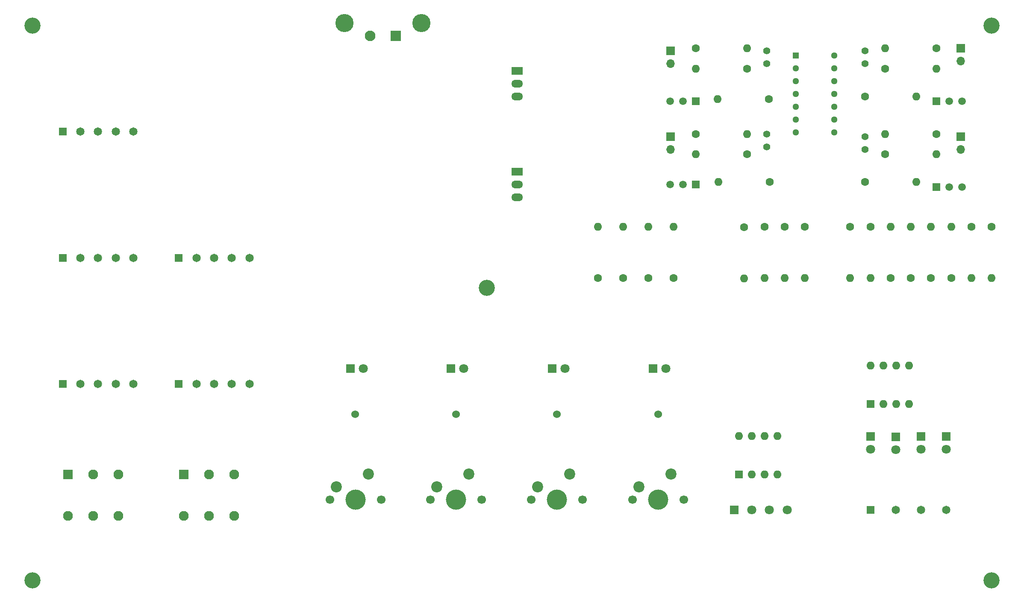
<source format=gbs>
G04 #@! TF.GenerationSoftware,KiCad,Pcbnew,8.0.5*
G04 #@! TF.CreationDate,2024-11-26T19:37:20+02:00*
G04 #@! TF.ProjectId,io_box,696f5f62-6f78-42e6-9b69-6361645f7063,rev?*
G04 #@! TF.SameCoordinates,Original*
G04 #@! TF.FileFunction,Soldermask,Bot*
G04 #@! TF.FilePolarity,Negative*
%FSLAX46Y46*%
G04 Gerber Fmt 4.6, Leading zero omitted, Abs format (unit mm)*
G04 Created by KiCad (PCBNEW 8.0.5) date 2024-11-26 19:37:20*
%MOMM*%
%LPD*%
G01*
G04 APERTURE LIST*
%ADD10C,1.524000*%
%ADD11R,1.650000X1.650000*%
%ADD12C,1.650000*%
%ADD13R,1.295400X1.295400*%
%ADD14C,1.295400*%
%ADD15C,3.200000*%
%ADD16C,1.600000*%
%ADD17O,1.600000X1.600000*%
%ADD18C,1.700000*%
%ADD19C,4.000000*%
%ADD20C,2.200000*%
%ADD21R,1.500000X1.500000*%
%ADD22C,1.500000*%
%ADD23R,1.950000X1.950000*%
%ADD24C,1.950000*%
%ADD25R,1.700000X1.700000*%
%ADD26O,1.700000X1.700000*%
%ADD27C,1.400000*%
%ADD28R,1.800000X1.800000*%
%ADD29C,1.800000*%
%ADD30R,1.600000X1.600000*%
%ADD31R,2.300000X1.500000*%
%ADD32O,2.300000X1.500000*%
%ADD33R,2.100000X2.100000*%
%ADD34C,2.100000*%
%ADD35C,3.600000*%
G04 APERTURE END LIST*
D10*
X133920000Y-107000000D03*
D11*
X59000000Y-101000000D03*
D12*
X62500000Y-101000000D03*
X66000000Y-101000000D03*
X69500000Y-101000000D03*
X73000000Y-101000000D03*
D13*
X181190000Y-35880000D03*
D14*
X181190000Y-38420000D03*
X181190000Y-40960000D03*
X181190000Y-43500000D03*
X181190000Y-46040000D03*
X181190000Y-48580000D03*
X181190000Y-51120000D03*
X188810000Y-51120000D03*
X188810000Y-48580000D03*
X188810000Y-46040000D03*
X188810000Y-43500000D03*
X188810000Y-40960000D03*
X188810000Y-38420000D03*
X188810000Y-35880000D03*
D15*
X30000000Y-30000000D03*
D16*
X192000000Y-69840000D03*
D17*
X192000000Y-80000000D03*
D16*
X179000000Y-69840000D03*
D17*
X179000000Y-80000000D03*
D18*
X88920000Y-124000000D03*
D19*
X94000000Y-124000000D03*
D18*
X99080000Y-124000000D03*
D20*
X96540000Y-118920000D03*
X90190000Y-121460000D03*
D21*
X161420000Y-61500000D03*
D22*
X158880000Y-61500000D03*
X156340000Y-61500000D03*
D21*
X209080000Y-62000000D03*
D22*
X211620000Y-62000000D03*
X214160000Y-62000000D03*
D16*
X198920000Y-38500000D03*
D17*
X209080000Y-38500000D03*
D16*
X157000000Y-80000000D03*
D17*
X157000000Y-69840000D03*
D23*
X60000000Y-119000000D03*
D24*
X60000000Y-127200000D03*
X65000000Y-119000000D03*
X65000000Y-127200000D03*
X70000000Y-119000000D03*
X70000000Y-127200000D03*
D25*
X156420000Y-34990000D03*
D26*
X156420000Y-37530000D03*
D16*
X194920000Y-61000000D03*
D17*
X205080000Y-61000000D03*
D15*
X30000000Y-140000000D03*
D16*
X204000000Y-80000000D03*
D17*
X204000000Y-69840000D03*
D16*
X142000000Y-80000000D03*
D17*
X142000000Y-69840000D03*
D27*
X175420000Y-51500000D03*
X175420000Y-54000000D03*
D16*
X208000000Y-80000000D03*
D17*
X208000000Y-69840000D03*
D25*
X213920000Y-52000000D03*
D26*
X213920000Y-54540000D03*
D27*
X194920000Y-52000000D03*
X194920000Y-54500000D03*
D28*
X112920000Y-98000000D03*
D29*
X115460000Y-98000000D03*
D16*
X176080000Y-61000000D03*
D17*
X165920000Y-61000000D03*
D30*
X170000000Y-119000000D03*
D17*
X172540000Y-119000000D03*
X175080000Y-119000000D03*
X177620000Y-119000000D03*
X177620000Y-111380000D03*
X175080000Y-111380000D03*
X172540000Y-111380000D03*
X170000000Y-111380000D03*
D31*
X126000000Y-58920000D03*
D32*
X126000000Y-61460000D03*
X126000000Y-64000000D03*
D11*
X36000000Y-51000000D03*
D12*
X39500000Y-51000000D03*
X43000000Y-51000000D03*
X46500000Y-51000000D03*
X50000000Y-51000000D03*
D16*
X171580000Y-55500000D03*
D17*
X161420000Y-55500000D03*
D28*
X152920000Y-98000000D03*
D29*
X155460000Y-98000000D03*
D25*
X156420000Y-51985000D03*
D26*
X156420000Y-54525000D03*
D16*
X209080000Y-34500000D03*
D17*
X198920000Y-34500000D03*
D28*
X206000000Y-111460000D03*
D29*
X206000000Y-114000000D03*
D10*
X113920000Y-107000000D03*
D28*
X211000000Y-111460000D03*
D29*
X211000000Y-114000000D03*
D16*
X175920000Y-44500000D03*
D17*
X165760000Y-44500000D03*
D16*
X196000000Y-69840000D03*
D17*
X196000000Y-80000000D03*
D16*
X161420000Y-51525000D03*
D17*
X171580000Y-51525000D03*
D15*
X220000000Y-140000000D03*
D16*
X209080000Y-51500000D03*
D17*
X198920000Y-51500000D03*
D16*
X183000000Y-69840000D03*
D17*
X183000000Y-80000000D03*
D27*
X175420000Y-35000000D03*
X175420000Y-37500000D03*
D31*
X126000000Y-38920000D03*
D32*
X126000000Y-41460000D03*
X126000000Y-44000000D03*
D21*
X161420000Y-45000000D03*
D22*
X158880000Y-45000000D03*
X156340000Y-45000000D03*
D11*
X196000000Y-126000000D03*
D12*
X201000000Y-126000000D03*
X206000000Y-126000000D03*
X211000000Y-126000000D03*
D16*
X171580000Y-38500000D03*
D17*
X161420000Y-38500000D03*
D16*
X200000000Y-80000000D03*
D17*
X200000000Y-69840000D03*
D15*
X120000000Y-82000000D03*
D28*
X132920000Y-98000000D03*
D29*
X135460000Y-98000000D03*
D10*
X153920000Y-107000000D03*
D16*
X198920000Y-55500000D03*
D17*
X209080000Y-55500000D03*
D16*
X212000000Y-80000000D03*
D17*
X212000000Y-69840000D03*
D16*
X194920000Y-44000000D03*
D17*
X205080000Y-44000000D03*
D10*
X93920000Y-107000000D03*
D25*
X213920000Y-34500000D03*
D26*
X213920000Y-37040000D03*
D30*
X196000000Y-105000000D03*
D17*
X198540000Y-105000000D03*
X201080000Y-105000000D03*
X203620000Y-105000000D03*
X203620000Y-97380000D03*
X201080000Y-97380000D03*
X198540000Y-97380000D03*
X196000000Y-97380000D03*
D28*
X93000000Y-98000000D03*
D29*
X95540000Y-98000000D03*
D16*
X161420000Y-34500000D03*
D17*
X171580000Y-34500000D03*
D11*
X59000000Y-76000000D03*
D12*
X62500000Y-76000000D03*
X66000000Y-76000000D03*
X69500000Y-76000000D03*
X73000000Y-76000000D03*
D16*
X171000000Y-69920000D03*
D17*
X171000000Y-80080000D03*
D21*
X209080000Y-45000000D03*
D22*
X211620000Y-45000000D03*
X214160000Y-45000000D03*
D28*
X169000000Y-126000000D03*
D29*
X172500000Y-126000000D03*
X176000000Y-126000000D03*
X179500000Y-126000000D03*
D16*
X220000000Y-69840000D03*
D17*
X220000000Y-80000000D03*
D11*
X36000000Y-101000000D03*
D12*
X39500000Y-101000000D03*
X43000000Y-101000000D03*
X46500000Y-101000000D03*
X50000000Y-101000000D03*
D16*
X175000000Y-69840000D03*
D17*
X175000000Y-80000000D03*
D16*
X147000000Y-80000000D03*
D17*
X147000000Y-69840000D03*
D33*
X102000000Y-32000000D03*
D34*
X96920000Y-32000000D03*
D35*
X107080000Y-29500000D03*
X91840000Y-29500000D03*
D28*
X196000000Y-111460000D03*
D29*
X196000000Y-114000000D03*
D27*
X194920000Y-35000000D03*
X194920000Y-37500000D03*
D18*
X148840000Y-124000000D03*
D19*
X153920000Y-124000000D03*
D18*
X159000000Y-124000000D03*
D20*
X156460000Y-118920000D03*
X150110000Y-121460000D03*
D18*
X108840000Y-124000000D03*
D19*
X113920000Y-124000000D03*
D18*
X119000000Y-124000000D03*
D20*
X116460000Y-118920000D03*
X110110000Y-121460000D03*
D23*
X37000000Y-119000000D03*
D24*
X37000000Y-127200000D03*
X42000000Y-119000000D03*
X42000000Y-127200000D03*
X47000000Y-119000000D03*
X47000000Y-127200000D03*
D28*
X201000000Y-111500000D03*
D29*
X201000000Y-114040000D03*
D16*
X152000000Y-80000000D03*
D17*
X152000000Y-69840000D03*
D11*
X36000000Y-76000000D03*
D12*
X39500000Y-76000000D03*
X43000000Y-76000000D03*
X46500000Y-76000000D03*
X50000000Y-76000000D03*
D16*
X216000000Y-69840000D03*
D17*
X216000000Y-80000000D03*
D18*
X128840000Y-124000000D03*
D19*
X133920000Y-124000000D03*
D18*
X139000000Y-124000000D03*
D20*
X136460000Y-118920000D03*
X130110000Y-121460000D03*
D15*
X220000000Y-30000000D03*
M02*

</source>
